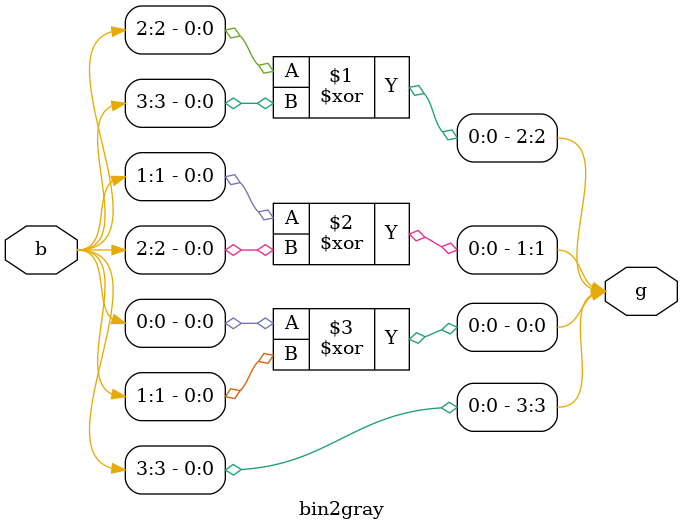
<source format=v>
`timescale 1ns / 1ps


module bin2gray(b,g);
input [3:0]b;
output [3:0]g;

assign g[3]=b[3];
assign g[2]=b[2]^b[3];
assign g[1]=b[1]^b[2];
assign g[0]=b[0]^b[1];

endmodule

</source>
